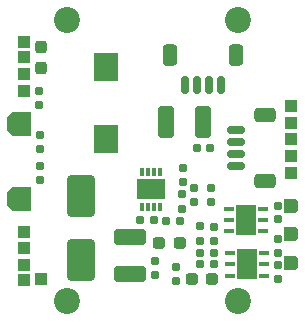
<source format=gbr>
%TF.GenerationSoftware,KiCad,Pcbnew,9.0.0*%
%TF.CreationDate,2025-03-28T18:18:21+01:00*%
%TF.ProjectId,cansatperso,63616e73-6174-4706-9572-736f2e6b6963,rev?*%
%TF.SameCoordinates,Original*%
%TF.FileFunction,Soldermask,Bot*%
%TF.FilePolarity,Negative*%
%FSLAX46Y46*%
G04 Gerber Fmt 4.6, Leading zero omitted, Abs format (unit mm)*
G04 Created by KiCad (PCBNEW 9.0.0) date 2025-03-28 18:18:21*
%MOMM*%
%LPD*%
G01*
G04 APERTURE LIST*
G04 Aperture macros list*
%AMRoundRect*
0 Rectangle with rounded corners*
0 $1 Rounding radius*
0 $2 $3 $4 $5 $6 $7 $8 $9 X,Y pos of 4 corners*
0 Add a 4 corners polygon primitive as box body*
4,1,4,$2,$3,$4,$5,$6,$7,$8,$9,$2,$3,0*
0 Add four circle primitives for the rounded corners*
1,1,$1+$1,$2,$3*
1,1,$1+$1,$4,$5*
1,1,$1+$1,$6,$7*
1,1,$1+$1,$8,$9*
0 Add four rect primitives between the rounded corners*
20,1,$1+$1,$2,$3,$4,$5,0*
20,1,$1+$1,$4,$5,$6,$7,0*
20,1,$1+$1,$6,$7,$8,$9,0*
20,1,$1+$1,$8,$9,$2,$3,0*%
%AMOutline5P*
0 Free polygon, 5 corners , with rotation*
0 The origin of the aperture is its center*
0 number of corners: always 5*
0 $1 to $10 corner X, Y*
0 $11 Rotation angle, in degrees counterclockwise*
0 create outline with 5 corners*
4,1,5,$1,$2,$3,$4,$5,$6,$7,$8,$9,$10,$1,$2,$11*%
%AMOutline6P*
0 Free polygon, 6 corners , with rotation*
0 The origin of the aperture is its center*
0 number of corners: always 6*
0 $1 to $12 corner X, Y*
0 $13 Rotation angle, in degrees counterclockwise*
0 create outline with 6 corners*
4,1,6,$1,$2,$3,$4,$5,$6,$7,$8,$9,$10,$11,$12,$1,$2,$13*%
%AMOutline7P*
0 Free polygon, 7 corners , with rotation*
0 The origin of the aperture is its center*
0 number of corners: always 7*
0 $1 to $14 corner X, Y*
0 $15 Rotation angle, in degrees counterclockwise*
0 create outline with 7 corners*
4,1,7,$1,$2,$3,$4,$5,$6,$7,$8,$9,$10,$11,$12,$13,$14,$1,$2,$15*%
%AMOutline8P*
0 Free polygon, 8 corners , with rotation*
0 The origin of the aperture is its center*
0 number of corners: always 8*
0 $1 to $16 corner X, Y*
0 $17 Rotation angle, in degrees counterclockwise*
0 create outline with 8 corners*
4,1,8,$1,$2,$3,$4,$5,$6,$7,$8,$9,$10,$11,$12,$13,$14,$15,$16,$1,$2,$17*%
%AMFreePoly0*
4,1,7,1.000000,0.600000,1.000000,-1.000000,-1.000000,-1.000000,-1.000000,0.600000,-0.600000,1.000000,0.600000,1.000000,1.000000,0.600000,1.000000,0.600000,$1*%
G04 Aperture macros list end*
%ADD10R,1.000000X1.000000*%
%ADD11C,2.200000*%
%ADD12Outline6P,-0.600000X0.360000X-0.360000X0.600000X0.360000X0.600000X0.600000X0.360000X0.600000X-0.600000X-0.600000X-0.600000X270.000000*%
%ADD13FreePoly0,90.000000*%
%ADD14RoundRect,0.155000X0.155000X-0.212500X0.155000X0.212500X-0.155000X0.212500X-0.155000X-0.212500X0*%
%ADD15RoundRect,0.155000X0.212500X0.155000X-0.212500X0.155000X-0.212500X-0.155000X0.212500X-0.155000X0*%
%ADD16RoundRect,0.160000X-0.160000X0.197500X-0.160000X-0.197500X0.160000X-0.197500X0.160000X0.197500X0*%
%ADD17RoundRect,0.155000X-0.155000X0.212500X-0.155000X-0.212500X0.155000X-0.212500X0.155000X0.212500X0*%
%ADD18RoundRect,0.150000X0.625000X-0.150000X0.625000X0.150000X-0.625000X0.150000X-0.625000X-0.150000X0*%
%ADD19RoundRect,0.250000X0.650000X-0.350000X0.650000X0.350000X-0.650000X0.350000X-0.650000X-0.350000X0*%
%ADD20RoundRect,0.160000X-0.197500X-0.160000X0.197500X-0.160000X0.197500X0.160000X-0.197500X0.160000X0*%
%ADD21R,2.050000X2.450000*%
%ADD22RoundRect,0.250000X-0.412500X-1.100000X0.412500X-1.100000X0.412500X1.100000X-0.412500X1.100000X0*%
%ADD23RoundRect,0.155000X-0.212500X-0.155000X0.212500X-0.155000X0.212500X0.155000X-0.212500X0.155000X0*%
%ADD24RoundRect,0.160000X0.160000X-0.197500X0.160000X0.197500X-0.160000X0.197500X-0.160000X-0.197500X0*%
%ADD25RoundRect,0.250000X0.350000X0.650000X-0.350000X0.650000X-0.350000X-0.650000X0.350000X-0.650000X0*%
%ADD26RoundRect,0.150000X0.150000X0.625000X-0.150000X0.625000X-0.150000X-0.625000X0.150000X-0.625000X0*%
%ADD27R,0.850000X0.300000*%
%ADD28R,1.700000X2.500000*%
%ADD29RoundRect,0.237500X0.237500X-0.287500X0.237500X0.287500X-0.237500X0.287500X-0.237500X-0.287500X0*%
%ADD30RoundRect,0.250000X-1.100000X0.412500X-1.100000X-0.412500X1.100000X-0.412500X1.100000X0.412500X0*%
%ADD31RoundRect,0.237500X-0.287500X-0.237500X0.287500X-0.237500X0.287500X0.237500X-0.287500X0.237500X0*%
%ADD32RoundRect,0.250000X-0.900000X1.500000X-0.900000X-1.500000X0.900000X-1.500000X0.900000X1.500000X0*%
%ADD33R,0.300000X0.800000*%
%ADD34R,2.480000X1.750000*%
G04 APERTURE END LIST*
D10*
%TO.C,*%
X174500000Y-93530000D03*
%TD*%
D11*
%TO.C,*%
X176700000Y-71600000D03*
%TD*%
%TO.C,*%
X191200000Y-95400000D03*
%TD*%
D12*
%TO.C,REF\u002A\u002A2*%
X195660000Y-87340000D03*
%TD*%
D13*
%TO.C,*%
X172680000Y-80400000D03*
%TD*%
D12*
%TO.C,REF\u002A\u002A1*%
X195660000Y-89740000D03*
%TD*%
D11*
%TO.C,*%
X176700000Y-95400000D03*
%TD*%
%TO.C,*%
X191200000Y-71600000D03*
%TD*%
D12*
%TO.C,REF\u002A\u002A*%
X195660000Y-92190000D03*
%TD*%
D13*
%TO.C,REF\u002A\u002A*%
X172675000Y-86705000D03*
%TD*%
D14*
%TO.C,C19*%
X194630000Y-88437500D03*
X194630000Y-87302500D03*
%TD*%
D15*
%TO.C,C21*%
X189145000Y-92250000D03*
X188010000Y-92250000D03*
%TD*%
D16*
%TO.C,R16*%
X186500000Y-86352500D03*
X186500000Y-87547500D03*
%TD*%
D17*
%TO.C,C27*%
X187480000Y-85842500D03*
X187480000Y-86977500D03*
%TD*%
D10*
%TO.C,*%
X173070000Y-90900000D03*
%TD*%
D18*
%TO.C,J3*%
X191005000Y-83910000D03*
X191005000Y-82910000D03*
X191005000Y-81910000D03*
X191005000Y-80910000D03*
D19*
X193530000Y-85210000D03*
X193530000Y-79610000D03*
%TD*%
D20*
%TO.C,R15*%
X185132500Y-88570000D03*
X186327500Y-88570000D03*
%TD*%
D21*
%TO.C,L2*%
X180060000Y-81670000D03*
X180060000Y-75570000D03*
%TD*%
D22*
%TO.C,C29*%
X185117500Y-80200000D03*
X188242500Y-80200000D03*
%TD*%
D10*
%TO.C,*%
X173070000Y-76130000D03*
%TD*%
D23*
%TO.C,C28*%
X187722500Y-82380000D03*
X188857500Y-82380000D03*
%TD*%
D10*
%TO.C,*%
X173070000Y-77580000D03*
%TD*%
D24*
%TO.C,R11*%
X184200000Y-93207500D03*
X184200000Y-92012500D03*
%TD*%
D25*
%TO.C,J4*%
X185440000Y-74530000D03*
D26*
X189740000Y-77055000D03*
X188740000Y-77055000D03*
X187740000Y-77055000D03*
X186740000Y-77055000D03*
D25*
X191040000Y-74530000D03*
%TD*%
D10*
%TO.C,*%
X173080000Y-74720000D03*
%TD*%
%TO.C,*%
X173070000Y-73460000D03*
%TD*%
%TO.C,*%
X195700000Y-83100000D03*
%TD*%
D23*
%TO.C,C25*%
X182932500Y-88530000D03*
X184067500Y-88530000D03*
%TD*%
D27*
%TO.C,IC5*%
X193400000Y-91320000D03*
X193400000Y-92270000D03*
X193400000Y-93220000D03*
X190500000Y-93220000D03*
X190500000Y-92270000D03*
X190500000Y-91320000D03*
D28*
X191950000Y-92270000D03*
%TD*%
D16*
%TO.C,R22*%
X174430000Y-81312500D03*
X174430000Y-82507500D03*
%TD*%
%TO.C,R4*%
X185960000Y-92470000D03*
X185960000Y-93665000D03*
%TD*%
D29*
%TO.C,D1*%
X174550000Y-75605000D03*
X174550000Y-73855000D03*
%TD*%
D30*
%TO.C,C24*%
X182080000Y-89967500D03*
X182080000Y-93092500D03*
%TD*%
D24*
%TO.C,R3*%
X174390000Y-78767500D03*
X174390000Y-77572500D03*
%TD*%
D10*
%TO.C,*%
X195700000Y-84500000D03*
%TD*%
%TO.C,7*%
X195700000Y-80300000D03*
%TD*%
%TO.C,*%
X195700000Y-78890000D03*
%TD*%
%TO.C,*%
X195700000Y-81690000D03*
%TD*%
D17*
%TO.C,C20*%
X194580000Y-90132500D03*
X194580000Y-91267500D03*
%TD*%
D16*
%TO.C,R19*%
X187970000Y-89062500D03*
X187970000Y-90257500D03*
%TD*%
%TO.C,R21*%
X174480000Y-83952500D03*
X174480000Y-85147500D03*
%TD*%
D27*
%TO.C,IC2*%
X193310000Y-87570000D03*
X193310000Y-88520000D03*
X193310000Y-89470000D03*
X190410000Y-89470000D03*
X190410000Y-88520000D03*
X190410000Y-87570000D03*
D28*
X191860000Y-88520000D03*
%TD*%
D17*
%TO.C,C26*%
X186530000Y-84152500D03*
X186530000Y-85287500D03*
%TD*%
D15*
%TO.C,C18*%
X189147500Y-91280000D03*
X188012500Y-91280000D03*
%TD*%
D10*
%TO.C,*%
X173090000Y-89490000D03*
%TD*%
D31*
%TO.C,D5*%
X184550000Y-90470000D03*
X186300000Y-90470000D03*
%TD*%
D16*
%TO.C,R17*%
X188890000Y-85822500D03*
X188890000Y-87017500D03*
%TD*%
D32*
%TO.C,D2*%
X177930000Y-86510000D03*
X177930000Y-91910000D03*
%TD*%
D24*
%TO.C,R1*%
X194580000Y-93537500D03*
X194580000Y-92342500D03*
%TD*%
D31*
%TO.C,D4*%
X187275000Y-93480000D03*
X189025000Y-93480000D03*
%TD*%
D24*
%TO.C,R18*%
X189150000Y-90267500D03*
X189150000Y-89072500D03*
%TD*%
D10*
%TO.C,*%
X173070000Y-92300000D03*
%TD*%
D33*
%TO.C,IC3*%
X183090000Y-84410000D03*
X183590000Y-84410000D03*
X184090000Y-84410000D03*
X184590000Y-84410000D03*
X184590000Y-87410000D03*
X184090000Y-87410000D03*
X183590000Y-87410000D03*
X183090000Y-87410000D03*
D34*
X183840000Y-85910000D03*
%TD*%
D10*
%TO.C,3*%
X173080000Y-93590000D03*
%TD*%
M02*

</source>
